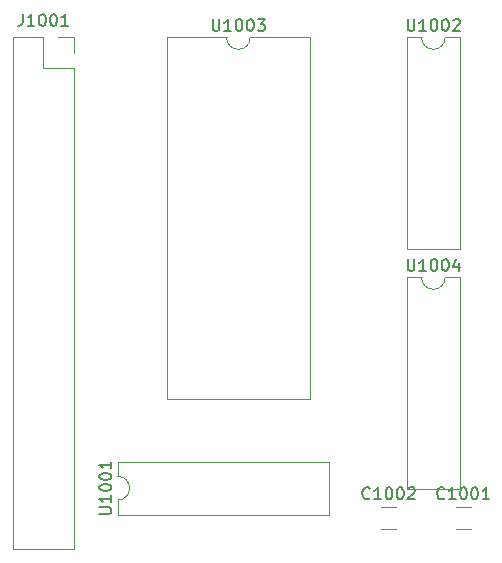
<source format=gbr>
%TF.GenerationSoftware,KiCad,Pcbnew,(5.1.10)-1*%
%TF.CreationDate,2022-02-19T10:09:17+01:00*%
%TF.ProjectId,Peri,50657269-2e6b-4696-9361-645f70636258,rev?*%
%TF.SameCoordinates,Original*%
%TF.FileFunction,Legend,Top*%
%TF.FilePolarity,Positive*%
%FSLAX46Y46*%
G04 Gerber Fmt 4.6, Leading zero omitted, Abs format (unit mm)*
G04 Created by KiCad (PCBNEW (5.1.10)-1) date 2022-02-19 10:09:17*
%MOMM*%
%LPD*%
G01*
G04 APERTURE LIST*
%ADD10C,0.120000*%
%ADD11C,0.150000*%
G04 APERTURE END LIST*
D10*
%TO.C,U1003*%
X100600000Y-78680000D02*
X95540000Y-78680000D01*
X95540000Y-78680000D02*
X95540000Y-109280000D01*
X95540000Y-109280000D02*
X107660000Y-109280000D01*
X107660000Y-109280000D02*
X107660000Y-78680000D01*
X107660000Y-78680000D02*
X102600000Y-78680000D01*
X102600000Y-78680000D02*
G75*
G02*
X100600000Y-78680000I-1000000J0D01*
G01*
%TO.C,C1001*%
X120001000Y-118460000D02*
X121259000Y-118460000D01*
X120001000Y-120300000D02*
X121259000Y-120300000D01*
%TO.C,C1002*%
X113691000Y-120300000D02*
X114949000Y-120300000D01*
X113691000Y-118460000D02*
X114949000Y-118460000D01*
%TO.C,J1001*%
X82490000Y-78680000D02*
X85090000Y-78680000D01*
X82490000Y-78680000D02*
X82490000Y-121980000D01*
X82490000Y-121980000D02*
X87690000Y-121980000D01*
X87690000Y-81280000D02*
X87690000Y-121980000D01*
X85090000Y-81280000D02*
X87690000Y-81280000D01*
X85090000Y-78680000D02*
X85090000Y-81280000D01*
X87690000Y-78680000D02*
X87690000Y-80010000D01*
X86360000Y-78680000D02*
X87690000Y-78680000D01*
%TO.C,U1001*%
X91380000Y-114590000D02*
X91380000Y-115840000D01*
X109280000Y-114590000D02*
X91380000Y-114590000D01*
X109280000Y-119090000D02*
X109280000Y-114590000D01*
X91380000Y-119090000D02*
X109280000Y-119090000D01*
X91380000Y-117840000D02*
X91380000Y-119090000D01*
X91380000Y-115840000D02*
G75*
G02*
X91380000Y-117840000I0J-1000000D01*
G01*
%TO.C,U1002*%
X117110000Y-78680000D02*
X115860000Y-78680000D01*
X115860000Y-78680000D02*
X115860000Y-96580000D01*
X115860000Y-96580000D02*
X120360000Y-96580000D01*
X120360000Y-96580000D02*
X120360000Y-78680000D01*
X120360000Y-78680000D02*
X119110000Y-78680000D01*
X119110000Y-78680000D02*
G75*
G02*
X117110000Y-78680000I-1000000J0D01*
G01*
%TO.C,U1004*%
X117110000Y-99000000D02*
X115860000Y-99000000D01*
X115860000Y-99000000D02*
X115860000Y-116900000D01*
X115860000Y-116900000D02*
X120360000Y-116900000D01*
X120360000Y-116900000D02*
X120360000Y-99000000D01*
X120360000Y-99000000D02*
X119110000Y-99000000D01*
X119110000Y-99000000D02*
G75*
G02*
X117110000Y-99000000I-1000000J0D01*
G01*
%TO.C,U1003*%
D11*
X99409523Y-77132380D02*
X99409523Y-77941904D01*
X99457142Y-78037142D01*
X99504761Y-78084761D01*
X99600000Y-78132380D01*
X99790476Y-78132380D01*
X99885714Y-78084761D01*
X99933333Y-78037142D01*
X99980952Y-77941904D01*
X99980952Y-77132380D01*
X100980952Y-78132380D02*
X100409523Y-78132380D01*
X100695238Y-78132380D02*
X100695238Y-77132380D01*
X100600000Y-77275238D01*
X100504761Y-77370476D01*
X100409523Y-77418095D01*
X101600000Y-77132380D02*
X101695238Y-77132380D01*
X101790476Y-77180000D01*
X101838095Y-77227619D01*
X101885714Y-77322857D01*
X101933333Y-77513333D01*
X101933333Y-77751428D01*
X101885714Y-77941904D01*
X101838095Y-78037142D01*
X101790476Y-78084761D01*
X101695238Y-78132380D01*
X101600000Y-78132380D01*
X101504761Y-78084761D01*
X101457142Y-78037142D01*
X101409523Y-77941904D01*
X101361904Y-77751428D01*
X101361904Y-77513333D01*
X101409523Y-77322857D01*
X101457142Y-77227619D01*
X101504761Y-77180000D01*
X101600000Y-77132380D01*
X102552380Y-77132380D02*
X102647619Y-77132380D01*
X102742857Y-77180000D01*
X102790476Y-77227619D01*
X102838095Y-77322857D01*
X102885714Y-77513333D01*
X102885714Y-77751428D01*
X102838095Y-77941904D01*
X102790476Y-78037142D01*
X102742857Y-78084761D01*
X102647619Y-78132380D01*
X102552380Y-78132380D01*
X102457142Y-78084761D01*
X102409523Y-78037142D01*
X102361904Y-77941904D01*
X102314285Y-77751428D01*
X102314285Y-77513333D01*
X102361904Y-77322857D01*
X102409523Y-77227619D01*
X102457142Y-77180000D01*
X102552380Y-77132380D01*
X103219047Y-77132380D02*
X103838095Y-77132380D01*
X103504761Y-77513333D01*
X103647619Y-77513333D01*
X103742857Y-77560952D01*
X103790476Y-77608571D01*
X103838095Y-77703809D01*
X103838095Y-77941904D01*
X103790476Y-78037142D01*
X103742857Y-78084761D01*
X103647619Y-78132380D01*
X103361904Y-78132380D01*
X103266666Y-78084761D01*
X103219047Y-78037142D01*
%TO.C,C1001*%
X119034761Y-117687142D02*
X118987142Y-117734761D01*
X118844285Y-117782380D01*
X118749047Y-117782380D01*
X118606190Y-117734761D01*
X118510952Y-117639523D01*
X118463333Y-117544285D01*
X118415714Y-117353809D01*
X118415714Y-117210952D01*
X118463333Y-117020476D01*
X118510952Y-116925238D01*
X118606190Y-116830000D01*
X118749047Y-116782380D01*
X118844285Y-116782380D01*
X118987142Y-116830000D01*
X119034761Y-116877619D01*
X119987142Y-117782380D02*
X119415714Y-117782380D01*
X119701428Y-117782380D02*
X119701428Y-116782380D01*
X119606190Y-116925238D01*
X119510952Y-117020476D01*
X119415714Y-117068095D01*
X120606190Y-116782380D02*
X120701428Y-116782380D01*
X120796666Y-116830000D01*
X120844285Y-116877619D01*
X120891904Y-116972857D01*
X120939523Y-117163333D01*
X120939523Y-117401428D01*
X120891904Y-117591904D01*
X120844285Y-117687142D01*
X120796666Y-117734761D01*
X120701428Y-117782380D01*
X120606190Y-117782380D01*
X120510952Y-117734761D01*
X120463333Y-117687142D01*
X120415714Y-117591904D01*
X120368095Y-117401428D01*
X120368095Y-117163333D01*
X120415714Y-116972857D01*
X120463333Y-116877619D01*
X120510952Y-116830000D01*
X120606190Y-116782380D01*
X121558571Y-116782380D02*
X121653809Y-116782380D01*
X121749047Y-116830000D01*
X121796666Y-116877619D01*
X121844285Y-116972857D01*
X121891904Y-117163333D01*
X121891904Y-117401428D01*
X121844285Y-117591904D01*
X121796666Y-117687142D01*
X121749047Y-117734761D01*
X121653809Y-117782380D01*
X121558571Y-117782380D01*
X121463333Y-117734761D01*
X121415714Y-117687142D01*
X121368095Y-117591904D01*
X121320476Y-117401428D01*
X121320476Y-117163333D01*
X121368095Y-116972857D01*
X121415714Y-116877619D01*
X121463333Y-116830000D01*
X121558571Y-116782380D01*
X122844285Y-117782380D02*
X122272857Y-117782380D01*
X122558571Y-117782380D02*
X122558571Y-116782380D01*
X122463333Y-116925238D01*
X122368095Y-117020476D01*
X122272857Y-117068095D01*
%TO.C,C1002*%
X112724761Y-117687142D02*
X112677142Y-117734761D01*
X112534285Y-117782380D01*
X112439047Y-117782380D01*
X112296190Y-117734761D01*
X112200952Y-117639523D01*
X112153333Y-117544285D01*
X112105714Y-117353809D01*
X112105714Y-117210952D01*
X112153333Y-117020476D01*
X112200952Y-116925238D01*
X112296190Y-116830000D01*
X112439047Y-116782380D01*
X112534285Y-116782380D01*
X112677142Y-116830000D01*
X112724761Y-116877619D01*
X113677142Y-117782380D02*
X113105714Y-117782380D01*
X113391428Y-117782380D02*
X113391428Y-116782380D01*
X113296190Y-116925238D01*
X113200952Y-117020476D01*
X113105714Y-117068095D01*
X114296190Y-116782380D02*
X114391428Y-116782380D01*
X114486666Y-116830000D01*
X114534285Y-116877619D01*
X114581904Y-116972857D01*
X114629523Y-117163333D01*
X114629523Y-117401428D01*
X114581904Y-117591904D01*
X114534285Y-117687142D01*
X114486666Y-117734761D01*
X114391428Y-117782380D01*
X114296190Y-117782380D01*
X114200952Y-117734761D01*
X114153333Y-117687142D01*
X114105714Y-117591904D01*
X114058095Y-117401428D01*
X114058095Y-117163333D01*
X114105714Y-116972857D01*
X114153333Y-116877619D01*
X114200952Y-116830000D01*
X114296190Y-116782380D01*
X115248571Y-116782380D02*
X115343809Y-116782380D01*
X115439047Y-116830000D01*
X115486666Y-116877619D01*
X115534285Y-116972857D01*
X115581904Y-117163333D01*
X115581904Y-117401428D01*
X115534285Y-117591904D01*
X115486666Y-117687142D01*
X115439047Y-117734761D01*
X115343809Y-117782380D01*
X115248571Y-117782380D01*
X115153333Y-117734761D01*
X115105714Y-117687142D01*
X115058095Y-117591904D01*
X115010476Y-117401428D01*
X115010476Y-117163333D01*
X115058095Y-116972857D01*
X115105714Y-116877619D01*
X115153333Y-116830000D01*
X115248571Y-116782380D01*
X115962857Y-116877619D02*
X116010476Y-116830000D01*
X116105714Y-116782380D01*
X116343809Y-116782380D01*
X116439047Y-116830000D01*
X116486666Y-116877619D01*
X116534285Y-116972857D01*
X116534285Y-117068095D01*
X116486666Y-117210952D01*
X115915238Y-117782380D01*
X116534285Y-117782380D01*
%TO.C,J1001*%
X83328095Y-76692380D02*
X83328095Y-77406666D01*
X83280476Y-77549523D01*
X83185238Y-77644761D01*
X83042380Y-77692380D01*
X82947142Y-77692380D01*
X84328095Y-77692380D02*
X83756666Y-77692380D01*
X84042380Y-77692380D02*
X84042380Y-76692380D01*
X83947142Y-76835238D01*
X83851904Y-76930476D01*
X83756666Y-76978095D01*
X84947142Y-76692380D02*
X85042380Y-76692380D01*
X85137619Y-76740000D01*
X85185238Y-76787619D01*
X85232857Y-76882857D01*
X85280476Y-77073333D01*
X85280476Y-77311428D01*
X85232857Y-77501904D01*
X85185238Y-77597142D01*
X85137619Y-77644761D01*
X85042380Y-77692380D01*
X84947142Y-77692380D01*
X84851904Y-77644761D01*
X84804285Y-77597142D01*
X84756666Y-77501904D01*
X84709047Y-77311428D01*
X84709047Y-77073333D01*
X84756666Y-76882857D01*
X84804285Y-76787619D01*
X84851904Y-76740000D01*
X84947142Y-76692380D01*
X85899523Y-76692380D02*
X85994761Y-76692380D01*
X86090000Y-76740000D01*
X86137619Y-76787619D01*
X86185238Y-76882857D01*
X86232857Y-77073333D01*
X86232857Y-77311428D01*
X86185238Y-77501904D01*
X86137619Y-77597142D01*
X86090000Y-77644761D01*
X85994761Y-77692380D01*
X85899523Y-77692380D01*
X85804285Y-77644761D01*
X85756666Y-77597142D01*
X85709047Y-77501904D01*
X85661428Y-77311428D01*
X85661428Y-77073333D01*
X85709047Y-76882857D01*
X85756666Y-76787619D01*
X85804285Y-76740000D01*
X85899523Y-76692380D01*
X87185238Y-77692380D02*
X86613809Y-77692380D01*
X86899523Y-77692380D02*
X86899523Y-76692380D01*
X86804285Y-76835238D01*
X86709047Y-76930476D01*
X86613809Y-76978095D01*
%TO.C,U1001*%
X89832380Y-119030476D02*
X90641904Y-119030476D01*
X90737142Y-118982857D01*
X90784761Y-118935238D01*
X90832380Y-118840000D01*
X90832380Y-118649523D01*
X90784761Y-118554285D01*
X90737142Y-118506666D01*
X90641904Y-118459047D01*
X89832380Y-118459047D01*
X90832380Y-117459047D02*
X90832380Y-118030476D01*
X90832380Y-117744761D02*
X89832380Y-117744761D01*
X89975238Y-117840000D01*
X90070476Y-117935238D01*
X90118095Y-118030476D01*
X89832380Y-116840000D02*
X89832380Y-116744761D01*
X89880000Y-116649523D01*
X89927619Y-116601904D01*
X90022857Y-116554285D01*
X90213333Y-116506666D01*
X90451428Y-116506666D01*
X90641904Y-116554285D01*
X90737142Y-116601904D01*
X90784761Y-116649523D01*
X90832380Y-116744761D01*
X90832380Y-116840000D01*
X90784761Y-116935238D01*
X90737142Y-116982857D01*
X90641904Y-117030476D01*
X90451428Y-117078095D01*
X90213333Y-117078095D01*
X90022857Y-117030476D01*
X89927619Y-116982857D01*
X89880000Y-116935238D01*
X89832380Y-116840000D01*
X89832380Y-115887619D02*
X89832380Y-115792380D01*
X89880000Y-115697142D01*
X89927619Y-115649523D01*
X90022857Y-115601904D01*
X90213333Y-115554285D01*
X90451428Y-115554285D01*
X90641904Y-115601904D01*
X90737142Y-115649523D01*
X90784761Y-115697142D01*
X90832380Y-115792380D01*
X90832380Y-115887619D01*
X90784761Y-115982857D01*
X90737142Y-116030476D01*
X90641904Y-116078095D01*
X90451428Y-116125714D01*
X90213333Y-116125714D01*
X90022857Y-116078095D01*
X89927619Y-116030476D01*
X89880000Y-115982857D01*
X89832380Y-115887619D01*
X90832380Y-114601904D02*
X90832380Y-115173333D01*
X90832380Y-114887619D02*
X89832380Y-114887619D01*
X89975238Y-114982857D01*
X90070476Y-115078095D01*
X90118095Y-115173333D01*
%TO.C,U1002*%
X115919523Y-77132380D02*
X115919523Y-77941904D01*
X115967142Y-78037142D01*
X116014761Y-78084761D01*
X116110000Y-78132380D01*
X116300476Y-78132380D01*
X116395714Y-78084761D01*
X116443333Y-78037142D01*
X116490952Y-77941904D01*
X116490952Y-77132380D01*
X117490952Y-78132380D02*
X116919523Y-78132380D01*
X117205238Y-78132380D02*
X117205238Y-77132380D01*
X117110000Y-77275238D01*
X117014761Y-77370476D01*
X116919523Y-77418095D01*
X118110000Y-77132380D02*
X118205238Y-77132380D01*
X118300476Y-77180000D01*
X118348095Y-77227619D01*
X118395714Y-77322857D01*
X118443333Y-77513333D01*
X118443333Y-77751428D01*
X118395714Y-77941904D01*
X118348095Y-78037142D01*
X118300476Y-78084761D01*
X118205238Y-78132380D01*
X118110000Y-78132380D01*
X118014761Y-78084761D01*
X117967142Y-78037142D01*
X117919523Y-77941904D01*
X117871904Y-77751428D01*
X117871904Y-77513333D01*
X117919523Y-77322857D01*
X117967142Y-77227619D01*
X118014761Y-77180000D01*
X118110000Y-77132380D01*
X119062380Y-77132380D02*
X119157619Y-77132380D01*
X119252857Y-77180000D01*
X119300476Y-77227619D01*
X119348095Y-77322857D01*
X119395714Y-77513333D01*
X119395714Y-77751428D01*
X119348095Y-77941904D01*
X119300476Y-78037142D01*
X119252857Y-78084761D01*
X119157619Y-78132380D01*
X119062380Y-78132380D01*
X118967142Y-78084761D01*
X118919523Y-78037142D01*
X118871904Y-77941904D01*
X118824285Y-77751428D01*
X118824285Y-77513333D01*
X118871904Y-77322857D01*
X118919523Y-77227619D01*
X118967142Y-77180000D01*
X119062380Y-77132380D01*
X119776666Y-77227619D02*
X119824285Y-77180000D01*
X119919523Y-77132380D01*
X120157619Y-77132380D01*
X120252857Y-77180000D01*
X120300476Y-77227619D01*
X120348095Y-77322857D01*
X120348095Y-77418095D01*
X120300476Y-77560952D01*
X119729047Y-78132380D01*
X120348095Y-78132380D01*
%TO.C,U1004*%
X115919523Y-97452380D02*
X115919523Y-98261904D01*
X115967142Y-98357142D01*
X116014761Y-98404761D01*
X116110000Y-98452380D01*
X116300476Y-98452380D01*
X116395714Y-98404761D01*
X116443333Y-98357142D01*
X116490952Y-98261904D01*
X116490952Y-97452380D01*
X117490952Y-98452380D02*
X116919523Y-98452380D01*
X117205238Y-98452380D02*
X117205238Y-97452380D01*
X117110000Y-97595238D01*
X117014761Y-97690476D01*
X116919523Y-97738095D01*
X118110000Y-97452380D02*
X118205238Y-97452380D01*
X118300476Y-97500000D01*
X118348095Y-97547619D01*
X118395714Y-97642857D01*
X118443333Y-97833333D01*
X118443333Y-98071428D01*
X118395714Y-98261904D01*
X118348095Y-98357142D01*
X118300476Y-98404761D01*
X118205238Y-98452380D01*
X118110000Y-98452380D01*
X118014761Y-98404761D01*
X117967142Y-98357142D01*
X117919523Y-98261904D01*
X117871904Y-98071428D01*
X117871904Y-97833333D01*
X117919523Y-97642857D01*
X117967142Y-97547619D01*
X118014761Y-97500000D01*
X118110000Y-97452380D01*
X119062380Y-97452380D02*
X119157619Y-97452380D01*
X119252857Y-97500000D01*
X119300476Y-97547619D01*
X119348095Y-97642857D01*
X119395714Y-97833333D01*
X119395714Y-98071428D01*
X119348095Y-98261904D01*
X119300476Y-98357142D01*
X119252857Y-98404761D01*
X119157619Y-98452380D01*
X119062380Y-98452380D01*
X118967142Y-98404761D01*
X118919523Y-98357142D01*
X118871904Y-98261904D01*
X118824285Y-98071428D01*
X118824285Y-97833333D01*
X118871904Y-97642857D01*
X118919523Y-97547619D01*
X118967142Y-97500000D01*
X119062380Y-97452380D01*
X120252857Y-97785714D02*
X120252857Y-98452380D01*
X120014761Y-97404761D02*
X119776666Y-98119047D01*
X120395714Y-98119047D01*
%TD*%
M02*

</source>
